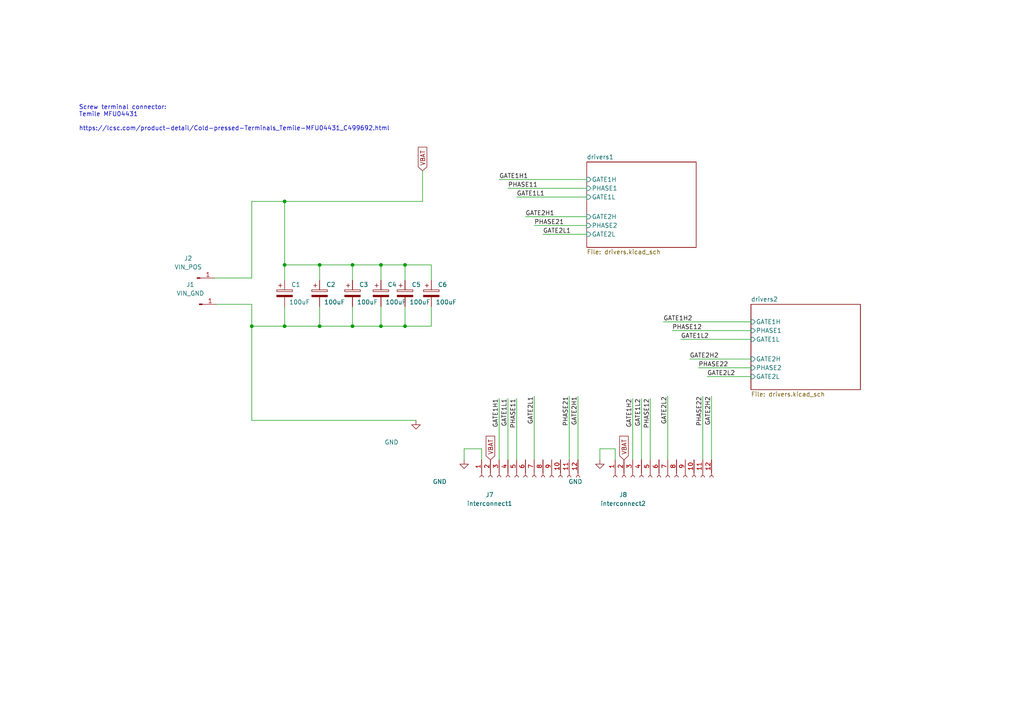
<source format=kicad_sch>
(kicad_sch (version 20210621) (generator eeschema)
  (paper "A4")
  (title_block (title "Feather ESC") (date "2021-11-01"))
  (lib_symbols
    (symbol "Connector:Conn_01x01_Male" (pin_names (offset 1.016) hide)
      (property "Reference" "J" (at 0 2.54 0))
      (property "Value" "Conn_01x01_Male" (at 0 -2.54 0))
      (symbol "Conn_01x01_Male_1_1"
        (polyline (pts (xy 1.27 0) (xy 0.8636 0)) (stroke (width 0.1524)))
        (rectangle (start 0.8636 0.127) (end 0 -0.127) (stroke (width 0.1524)) (fill (type outline)))
        (pin passive line (at 5.08 0 180) (length 3.81) (name "Pin_1") (number "1"))
      )
    )
    (symbol "Connector:Conn_01x12_Female" (pin_names (offset 1.016) hide)
      (property "Reference" "J" (at 0 15.24 0))
      (property "Value" "Conn_01x12_Female" (at 0 -17.78 0))
      (symbol "Conn_01x12_Female_1_1"
        (arc (start 0 -14.732) (mid -0.508 -15.24) (end 0 -15.748) (stroke (width 0.1524)))
        (arc (start 0 -12.192) (mid -0.508 -12.7) (end 0 -13.208) (stroke (width 0.1524)))
        (arc (start 0 -9.652) (mid -0.508 -10.16) (end 0 -10.668) (stroke (width 0.1524)))
        (arc (start 0 -7.112) (mid -0.508 -7.62) (end 0 -8.128) (stroke (width 0.1524)))
        (arc (start 0 -4.572) (mid -0.508 -5.08) (end 0 -5.588) (stroke (width 0.1524)))
        (arc (start 0 -2.032) (mid -0.508 -2.54) (end 0 -3.048) (stroke (width 0.1524)))
        (polyline (pts (xy -1.27 -15.24) (xy -0.508 -15.24)) (stroke (width 0.1524)))
        (polyline (pts (xy -1.27 -12.7) (xy -0.508 -12.7)) (stroke (width 0.1524)))
        (polyline (pts (xy -1.27 -10.16) (xy -0.508 -10.16)) (stroke (width 0.1524)))
        (polyline (pts (xy -1.27 -7.62) (xy -0.508 -7.62)) (stroke (width 0.1524)))
        (polyline (pts (xy -1.27 -5.08) (xy -0.508 -5.08)) (stroke (width 0.1524)))
        (polyline (pts (xy -1.27 -2.54) (xy -0.508 -2.54)) (stroke (width 0.1524)))
        (polyline (pts (xy -1.27 0) (xy -0.508 0)) (stroke (width 0.1524)))
        (polyline (pts (xy -1.27 2.54) (xy -0.508 2.54)) (stroke (width 0.1524)))
        (polyline (pts (xy -1.27 5.08) (xy -0.508 5.08)) (stroke (width 0.1524)))
        (polyline (pts (xy -1.27 7.62) (xy -0.508 7.62)) (stroke (width 0.1524)))
        (polyline (pts (xy -1.27 10.16) (xy -0.508 10.16)) (stroke (width 0.1524)))
        (polyline (pts (xy -1.27 12.7) (xy -0.508 12.7)) (stroke (width 0.1524)))
        (arc (start 0 0.508) (mid -0.508 0) (end 0 -0.508) (stroke (width 0.1524)))
        (arc (start 0 3.048) (mid -0.508 2.54) (end 0 2.032) (stroke (width 0.1524)))
        (arc (start 0 5.588) (mid -0.508 5.08) (end 0 4.572) (stroke (width 0.1524)))
        (arc (start 0 8.128) (mid -0.508 7.62) (end 0 7.112) (stroke (width 0.1524)))
        (arc (start 0 10.668) (mid -0.508 10.16) (end 0 9.652) (stroke (width 0.1524)))
        (arc (start 0 13.208) (mid -0.508 12.7) (end 0 12.192) (stroke (width 0.1524)))
        (pin passive line (at -5.08 12.7 0) (length 3.81) (name "Pin_1") (number "1"))
        (pin passive line (at -5.08 -10.16 0) (length 3.81) (name "Pin_10") (number "10"))
        (pin passive line (at -5.08 -12.7 0) (length 3.81) (name "Pin_11") (number "11"))
        (pin passive line (at -5.08 -15.24 0) (length 3.81) (name "Pin_12") (number "12"))
        (pin passive line (at -5.08 10.16 0) (length 3.81) (name "Pin_2") (number "2"))
        (pin passive line (at -5.08 7.62 0) (length 3.81) (name "Pin_3") (number "3"))
        (pin passive line (at -5.08 5.08 0) (length 3.81) (name "Pin_4") (number "4"))
        (pin passive line (at -5.08 2.54 0) (length 3.81) (name "Pin_5") (number "5"))
        (pin passive line (at -5.08 0 0) (length 3.81) (name "Pin_6") (number "6"))
        (pin passive line (at -5.08 -2.54 0) (length 3.81) (name "Pin_7") (number "7"))
        (pin passive line (at -5.08 -5.08 0) (length 3.81) (name "Pin_8") (number "8"))
        (pin passive line (at -5.08 -7.62 0) (length 3.81) (name "Pin_9") (number "9"))
      )
    )
    (symbol "Device:C_Polarized" (pin_numbers hide) (pin_names (offset 0.254))
      (property "Reference" "C" (at 0.635 2.54 0))
      (property "Value" "C_Polarized" (at 0.635 -2.54 0))
      (symbol "C_Polarized_0_1"
        (rectangle (start -2.286 0.508) (end 2.286 1.016))
        (polyline (pts (xy -1.778 2.286) (xy -0.762 2.286)))
        (polyline (pts (xy -1.27 2.794) (xy -1.27 1.778)))
        (rectangle (start 2.286 -0.508) (end -2.286 -1.016) (fill (type outline)))
      )
      (symbol "C_Polarized_1_1"
        (pin passive line (at 0 3.81 270) (length 2.794) (name "~") (number "1"))
        (pin passive line (at 0 -3.81 90) (length 2.794) (name "~") (number "2"))
      )
    )
    (symbol "power:GND" (power) (pin_names (offset 0))
      (property "Value" "GND" (at 0 -3.81 0))
      (symbol "GND_0_1"
        (polyline (pts (xy 0 0) (xy 0 -1.27) (xy 1.27 -1.27) (xy 0 -2.54) (xy -1.27 -1.27) (xy 0 -1.27)))
      )
      (symbol "GND_1_1"
        (pin power_in line (at 0 0 270) (length 0) hide (name "GND") (number "1"))
      )
    )
  )
  (junction (at 102.235 94.615))
  (junction (at 82.55 76.835))
  (junction (at 102.235 76.835))
  (junction (at 110.49 76.835))
  (junction (at 82.55 94.615))
  (junction (at 73.025 94.615))
  (junction (at 92.71 76.835))
  (junction (at 82.55 58.42))
  (junction (at 92.71 94.615))
  (junction (at 117.475 94.615))
  (junction (at 110.49 94.615))
  (junction (at 117.475 76.835))
  (wire (pts (xy 193.675 114.935) (xy 193.675 133.35)))
  (wire (pts (xy 206.375 114.935) (xy 206.375 133.35)))
  (wire (pts (xy 82.55 94.615) (xy 73.025 94.615)))
  (wire (pts (xy 82.55 88.9) (xy 82.55 94.615)))
  (wire (pts (xy 147.32 54.61) (xy 170.18 54.61)))
  (wire (pts (xy 102.235 94.615) (xy 110.49 94.615)))
  (wire (pts (xy 110.49 94.615) (xy 117.475 94.615)))
  (wire (pts (xy 82.55 94.615) (xy 92.71 94.615)))
  (wire (pts (xy 157.48 67.945) (xy 170.18 67.945)))
  (wire (pts (xy 73.025 94.615) (xy 73.025 121.92)))
  (wire (pts (xy 73.025 121.92) (xy 120.65 121.92)))
  (wire (pts (xy 73.025 88.265) (xy 73.025 94.615)))
  (wire (pts (xy 165.1 114.935) (xy 165.1 133.35)))
  (wire (pts (xy 117.475 88.9) (xy 117.475 94.615)))
  (wire (pts (xy 102.235 76.835) (xy 92.71 76.835)))
  (wire (pts (xy 102.235 81.28) (xy 102.235 76.835)))
  (wire (pts (xy 152.4 62.865) (xy 170.18 62.865)))
  (wire (pts (xy 117.475 94.615) (xy 125.095 94.615)))
  (wire (pts (xy 92.71 88.9) (xy 92.71 94.615)))
  (wire (pts (xy 167.64 114.935) (xy 167.64 133.35)))
  (wire (pts (xy 125.095 88.9) (xy 125.095 94.615)))
  (wire (pts (xy 122.555 49.53) (xy 122.555 58.42)))
  (wire (pts (xy 110.49 88.9) (xy 110.49 94.615)))
  (wire (pts (xy 144.78 52.07) (xy 170.18 52.07)))
  (wire (pts (xy 194.945 95.885) (xy 217.805 95.885)))
  (wire (pts (xy 186.055 115.57) (xy 186.055 133.35)))
  (wire (pts (xy 202.565 106.68) (xy 217.805 106.68)))
  (wire (pts (xy 154.94 65.405) (xy 170.18 65.405)))
  (wire (pts (xy 92.71 94.615) (xy 102.235 94.615)))
  (wire (pts (xy 117.475 81.28) (xy 117.475 76.835)))
  (wire (pts (xy 117.475 76.835) (xy 110.49 76.835)))
  (wire (pts (xy 200.025 104.14) (xy 217.805 104.14)))
  (wire (pts (xy 149.86 57.15) (xy 170.18 57.15)))
  (wire (pts (xy 110.49 81.28) (xy 110.49 76.835)))
  (wire (pts (xy 110.49 76.835) (xy 102.235 76.835)))
  (wire (pts (xy 73.025 58.42) (xy 82.55 58.42)))
  (wire (pts (xy 82.55 58.42) (xy 122.555 58.42)))
  (wire (pts (xy 62.23 80.645) (xy 73.025 80.645)))
  (wire (pts (xy 139.7 133.35) (xy 139.7 130.175)))
  (wire (pts (xy 139.7 130.175) (xy 134.62 130.175)))
  (wire (pts (xy 134.62 130.175) (xy 134.62 133.35)))
  (wire (pts (xy 62.865 88.265) (xy 73.025 88.265)))
  (wire (pts (xy 73.025 80.645) (xy 73.025 58.42)))
  (wire (pts (xy 154.94 114.935) (xy 154.94 133.35)))
  (wire (pts (xy 205.105 109.22) (xy 217.805 109.22)))
  (wire (pts (xy 192.405 93.345) (xy 217.805 93.345)))
  (wire (pts (xy 203.835 114.935) (xy 203.835 133.35)))
  (wire (pts (xy 197.485 98.425) (xy 217.805 98.425)))
  (wire (pts (xy 102.235 88.9) (xy 102.235 94.615)))
  (wire (pts (xy 173.99 130.175) (xy 173.99 133.35)))
  (wire (pts (xy 178.435 133.35) (xy 178.435 130.175)))
  (wire (pts (xy 178.435 130.175) (xy 173.99 130.175)))
  (wire (pts (xy 149.86 115.57) (xy 149.86 133.35)))
  (wire (pts (xy 92.71 76.835) (xy 82.55 76.835)))
  (wire (pts (xy 92.71 81.28) (xy 92.71 76.835)))
  (wire (pts (xy 125.095 81.28) (xy 125.095 76.835)))
  (wire (pts (xy 125.095 76.835) (xy 117.475 76.835)))
  (wire (pts (xy 188.595 115.57) (xy 188.595 133.35)))
  (wire (pts (xy 144.78 115.57) (xy 144.78 133.35)))
  (wire (pts (xy 183.515 115.57) (xy 183.515 133.35)))
  (wire (pts (xy 82.55 76.835) (xy 82.55 81.28)))
  (wire (pts (xy 82.55 58.42) (xy 82.55 76.835)))
  (wire (pts (xy 147.32 115.57) (xy 147.32 133.35)))
  (text "Screw terminal connector:\nTemile MFU04431\n\nhttps://lcsc.com/product-detail/Cold-pressed-Terminals_Temile-MFU04431_C499692.html\n" (at 22.86 38.1 0) (effects (font (size 1.27 1.27)) (justify left bottom)))
  (label "GATE1H1" (at 144.78 115.57 270))
  (label "GATE2H1" (at 152.4 62.865 0))
  (label "GATE1L1" (at 147.32 115.57 270))
  (label "GATE1H2" (at 183.515 115.57 270))
  (label "GATE2H2" (at 200.025 104.14 0))
  (label "GATE2L1" (at 154.94 114.935 270))
  (label "GATE1H1" (at 144.78 52.07 0))
  (label "PHASE21" (at 165.1 114.935 270))
  (label "GATE2L1" (at 157.48 67.945 0))
  (label "GATE1L2" (at 186.055 115.57 270))
  (label "GATE1H2" (at 192.405 93.345 0))
  (label "GATE2L2" (at 205.105 109.22 0))
  (label "PHASE12" (at 194.945 95.885 0))
  (label "GATE1L2" (at 197.485 98.425 0))
  (label "GATE2H2" (at 206.375 114.935 270))
  (label "PHASE22" (at 202.565 106.68 0))
  (label "GATE2H1" (at 167.64 114.935 270))
  (label "PHASE12" (at 188.595 115.57 270))
  (label "PHASE11" (at 149.86 115.57 270))
  (label "PHASE22" (at 203.835 114.935 270))
  (label "PHASE11" (at 147.32 54.61 0))
  (label "PHASE21" (at 154.94 65.405 0))
  (label "GATE1L1" (at 149.86 57.15 0))
  (label "GATE2L2" (at 193.675 114.935 270))
  (global_label "VBAT" (shape input) (at 180.975 133.35 90) (property "Intersheet References" "${INTERSHEET_REFS}" (effects hide)))
  (global_label "VBAT" (shape input) (at 142.24 133.35 90) (property "Intersheet References" "${INTERSHEET_REFS}" (effects hide)))
  (global_label "VBAT" (shape input) (at 122.555 49.53 90) (property "Intersheet References" "${INTERSHEET_REFS}" (effects hide)))
  (symbol (lib_id "Device:C_Polarized") (at 117.475 85.09 0) (unit 1)
    (property "Reference" "C5" (at 119.38 82.55 0) (effects (justify left)))
    (property "Value" "100uF" (at 118.745 87.63 0) (effects (justify left)))
  )
  (symbol (lib_id "power:GND") (at 120.65 121.92 0) (unit 1)
    (property "Reference" "#PWR01" (effects hide))
    (property "Value" "GND" (at 113.5553 128.27 0))
  )
  (symbol (lib_id "Connector:Conn_01x12_Female") (at 152.4 138.43 90) (mirror x) (unit 1)
    (property "Reference" "J7" (at 142.0094 143.51 90))
    (property "Value" "interconnect1" (at 142.0094 146.05 90))
    (property "Footprint" "Connector_PinSocket_2.54mm:PinSocket_1x12_P2.54mm_Vertical" (effects hide))
  )
  (symbol (lib_id "Device:C_Polarized") (at 82.55 85.09 0) (unit 1)
    (property "Reference" "C1" (at 84.455 82.55 0) (effects (justify left)))
    (property "Value" "100uF" (at 83.82 87.63 0) (effects (justify left)))
  )
  (symbol (lib_id "Connector:Conn_01x12_Female") (at 191.135 138.43 90) (mirror x) (unit 1)
    (property "Reference" "J8" (at 180.7444 143.51 90))
    (property "Value" "interconnect2" (at 180.7444 146.05 90))
    (property "Footprint" "Connector_PinSocket_2.54mm:PinSocket_1x12_P2.54mm_Vertical" (effects hide))
  )
  (symbol (lib_id "power:GND") (at 173.99 133.35 0) (unit 1)
    (property "Reference" "#PWR05" (effects hide))
    (property "Value" "GND" (at 166.8953 139.7 0))
  )
  (symbol (lib_id "Connector:Conn_01x01_Male") (at 57.15 80.645 0) (unit 1)
    (property "Reference" "J2" (at 54.5719 74.93 0))
    (property "Value" "VIN_POS" (at 54.5719 77.47 0))
    (property "Footprint" "featheresc:screw_lug_terminal" (effects hide))
  )
  (symbol (lib_id "Connector:Conn_01x01_Male") (at 57.785 88.265 0) (unit 1)
    (property "Reference" "J1" (at 55.2069 82.55 0))
    (property "Value" "VIN_GND" (at 55.2069 85.09 0))
    (property "Footprint" "featheresc:screw_lug_terminal" (effects hide))
  )
  (symbol (lib_id "power:GND") (at 134.62 133.35 0) (unit 1)
    (property "Reference" "#PWR04" (effects hide))
    (property "Value" "GND" (at 127.5253 139.7 0))
  )
  (symbol (lib_id "Device:C_Polarized") (at 102.235 85.09 0) (unit 1)
    (property "Reference" "C3" (at 104.14 82.55 0) (effects (justify left)))
    (property "Value" "100uF" (at 103.505 87.63 0) (effects (justify left)))
  )
  (symbol (lib_id "Device:C_Polarized") (at 92.71 85.09 0) (unit 1)
    (property "Reference" "C2" (at 94.615 82.55 0) (effects (justify left)))
    (property "Value" "100uF" (at 93.98 87.63 0) (effects (justify left)))
  )
  (symbol (lib_id "Device:C_Polarized") (at 125.095 85.09 0) (unit 1)
    (property "Reference" "C6" (at 127 82.55 0) (effects (justify left)))
    (property "Value" "100uF" (at 126.365 87.63 0) (effects (justify left)))
  )
  (symbol (lib_id "Device:C_Polarized") (at 110.49 85.09 0) (unit 1)
    (property "Reference" "C4" (at 112.395 82.55 0) (effects (justify left)))
    (property "Value" "100uF" (at 111.76 87.63 0) (effects (justify left)))
  )
  (sheet (at 170.18 46.99) (size 31.75 24.765) (stroke (width 0.1524))
    (property "Sheet name" "drivers1" (at 170.18 46.2784 0) (effects (justify left bottom)))
    (property "Sheet file" "drivers.kicad_sch" (at 170.18 72.3396 0) (effects (justify left top)))
    (pin "GATE2H" input (at 170.18 62.865 180))
    (pin "GATE1H" input (at 170.18 52.07 180))
    (pin "GATE1L" input (at 170.18 57.15 180))
    (pin "PHASE1" input (at 170.18 54.61 180))
    (pin "GATE2L" input (at 170.18 67.945 180))
    (pin "PHASE2" input (at 170.18 65.405 180))
  )
  (sheet (at 217.805 88.265) (size 31.75 24.765) (stroke (width 0.1524))
    (property "Sheet name" "drivers2" (at 217.805 87.5534 0) (effects (justify left bottom)))
    (property "Sheet file" "drivers.kicad_sch" (at 217.805 113.6146 0) (effects (justify left top)))
    (pin "GATE2H" input (at 217.805 104.14 180))
    (pin "GATE1H" input (at 217.805 93.345 180))
    (pin "GATE1L" input (at 217.805 98.425 180))
    (pin "PHASE1" input (at 217.805 95.885 180))
    (pin "GATE2L" input (at 217.805 109.22 180))
    (pin "PHASE2" input (at 217.805 106.68 180))
  )
)
</source>
